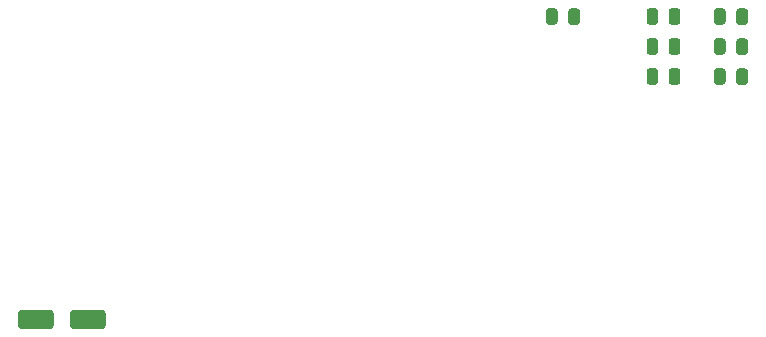
<source format=gbr>
%TF.GenerationSoftware,KiCad,Pcbnew,(5.1.9-0-10_14)*%
%TF.CreationDate,2021-02-13T17:17:21+01:00*%
%TF.ProjectId,Arduino Uno ISP Shield,41726475-696e-46f2-9055-6e6f20495350,rev?*%
%TF.SameCoordinates,Original*%
%TF.FileFunction,Paste,Top*%
%TF.FilePolarity,Positive*%
%FSLAX46Y46*%
G04 Gerber Fmt 4.6, Leading zero omitted, Abs format (unit mm)*
G04 Created by KiCad (PCBNEW (5.1.9-0-10_14)) date 2021-02-13 17:17:21*
%MOMM*%
%LPD*%
G01*
G04 APERTURE LIST*
G04 APERTURE END LIST*
%TO.C,R3*%
G36*
G01*
X158057000Y-98246250D02*
X158057000Y-97333750D01*
G75*
G02*
X158300750Y-97090000I243750J0D01*
G01*
X158788250Y-97090000D01*
G75*
G02*
X159032000Y-97333750I0J-243750D01*
G01*
X159032000Y-98246250D01*
G75*
G02*
X158788250Y-98490000I-243750J0D01*
G01*
X158300750Y-98490000D01*
G75*
G02*
X158057000Y-98246250I0J243750D01*
G01*
G37*
G36*
G01*
X156182000Y-98246250D02*
X156182000Y-97333750D01*
G75*
G02*
X156425750Y-97090000I243750J0D01*
G01*
X156913250Y-97090000D01*
G75*
G02*
X157157000Y-97333750I0J-243750D01*
G01*
X157157000Y-98246250D01*
G75*
G02*
X156913250Y-98490000I-243750J0D01*
G01*
X156425750Y-98490000D01*
G75*
G02*
X156182000Y-98246250I0J243750D01*
G01*
G37*
%TD*%
%TO.C,R2*%
G36*
G01*
X158057000Y-100786250D02*
X158057000Y-99873750D01*
G75*
G02*
X158300750Y-99630000I243750J0D01*
G01*
X158788250Y-99630000D01*
G75*
G02*
X159032000Y-99873750I0J-243750D01*
G01*
X159032000Y-100786250D01*
G75*
G02*
X158788250Y-101030000I-243750J0D01*
G01*
X158300750Y-101030000D01*
G75*
G02*
X158057000Y-100786250I0J243750D01*
G01*
G37*
G36*
G01*
X156182000Y-100786250D02*
X156182000Y-99873750D01*
G75*
G02*
X156425750Y-99630000I243750J0D01*
G01*
X156913250Y-99630000D01*
G75*
G02*
X157157000Y-99873750I0J-243750D01*
G01*
X157157000Y-100786250D01*
G75*
G02*
X156913250Y-101030000I-243750J0D01*
G01*
X156425750Y-101030000D01*
G75*
G02*
X156182000Y-100786250I0J243750D01*
G01*
G37*
%TD*%
%TO.C,R1*%
G36*
G01*
X158057000Y-103326250D02*
X158057000Y-102413750D01*
G75*
G02*
X158300750Y-102170000I243750J0D01*
G01*
X158788250Y-102170000D01*
G75*
G02*
X159032000Y-102413750I0J-243750D01*
G01*
X159032000Y-103326250D01*
G75*
G02*
X158788250Y-103570000I-243750J0D01*
G01*
X158300750Y-103570000D01*
G75*
G02*
X158057000Y-103326250I0J243750D01*
G01*
G37*
G36*
G01*
X156182000Y-103326250D02*
X156182000Y-102413750D01*
G75*
G02*
X156425750Y-102170000I243750J0D01*
G01*
X156913250Y-102170000D01*
G75*
G02*
X157157000Y-102413750I0J-243750D01*
G01*
X157157000Y-103326250D01*
G75*
G02*
X156913250Y-103570000I-243750J0D01*
G01*
X156425750Y-103570000D01*
G75*
G02*
X156182000Y-103326250I0J243750D01*
G01*
G37*
%TD*%
%TO.C,D3*%
G36*
G01*
X162872000Y-97333750D02*
X162872000Y-98246250D01*
G75*
G02*
X162628250Y-98490000I-243750J0D01*
G01*
X162140750Y-98490000D01*
G75*
G02*
X161897000Y-98246250I0J243750D01*
G01*
X161897000Y-97333750D01*
G75*
G02*
X162140750Y-97090000I243750J0D01*
G01*
X162628250Y-97090000D01*
G75*
G02*
X162872000Y-97333750I0J-243750D01*
G01*
G37*
G36*
G01*
X164747000Y-97333750D02*
X164747000Y-98246250D01*
G75*
G02*
X164503250Y-98490000I-243750J0D01*
G01*
X164015750Y-98490000D01*
G75*
G02*
X163772000Y-98246250I0J243750D01*
G01*
X163772000Y-97333750D01*
G75*
G02*
X164015750Y-97090000I243750J0D01*
G01*
X164503250Y-97090000D01*
G75*
G02*
X164747000Y-97333750I0J-243750D01*
G01*
G37*
%TD*%
%TO.C,D2*%
G36*
G01*
X162872000Y-99873750D02*
X162872000Y-100786250D01*
G75*
G02*
X162628250Y-101030000I-243750J0D01*
G01*
X162140750Y-101030000D01*
G75*
G02*
X161897000Y-100786250I0J243750D01*
G01*
X161897000Y-99873750D01*
G75*
G02*
X162140750Y-99630000I243750J0D01*
G01*
X162628250Y-99630000D01*
G75*
G02*
X162872000Y-99873750I0J-243750D01*
G01*
G37*
G36*
G01*
X164747000Y-99873750D02*
X164747000Y-100786250D01*
G75*
G02*
X164503250Y-101030000I-243750J0D01*
G01*
X164015750Y-101030000D01*
G75*
G02*
X163772000Y-100786250I0J243750D01*
G01*
X163772000Y-99873750D01*
G75*
G02*
X164015750Y-99630000I243750J0D01*
G01*
X164503250Y-99630000D01*
G75*
G02*
X164747000Y-99873750I0J-243750D01*
G01*
G37*
%TD*%
%TO.C,D1*%
G36*
G01*
X162872000Y-102413750D02*
X162872000Y-103326250D01*
G75*
G02*
X162628250Y-103570000I-243750J0D01*
G01*
X162140750Y-103570000D01*
G75*
G02*
X161897000Y-103326250I0J243750D01*
G01*
X161897000Y-102413750D01*
G75*
G02*
X162140750Y-102170000I243750J0D01*
G01*
X162628250Y-102170000D01*
G75*
G02*
X162872000Y-102413750I0J-243750D01*
G01*
G37*
G36*
G01*
X164747000Y-102413750D02*
X164747000Y-103326250D01*
G75*
G02*
X164503250Y-103570000I-243750J0D01*
G01*
X164015750Y-103570000D01*
G75*
G02*
X163772000Y-103326250I0J243750D01*
G01*
X163772000Y-102413750D01*
G75*
G02*
X164015750Y-102170000I243750J0D01*
G01*
X164503250Y-102170000D01*
G75*
G02*
X164747000Y-102413750I0J-243750D01*
G01*
G37*
%TD*%
%TO.C,C2*%
G36*
G01*
X149548000Y-98246250D02*
X149548000Y-97333750D01*
G75*
G02*
X149791750Y-97090000I243750J0D01*
G01*
X150279250Y-97090000D01*
G75*
G02*
X150523000Y-97333750I0J-243750D01*
G01*
X150523000Y-98246250D01*
G75*
G02*
X150279250Y-98490000I-243750J0D01*
G01*
X149791750Y-98490000D01*
G75*
G02*
X149548000Y-98246250I0J243750D01*
G01*
G37*
G36*
G01*
X147673000Y-98246250D02*
X147673000Y-97333750D01*
G75*
G02*
X147916750Y-97090000I243750J0D01*
G01*
X148404250Y-97090000D01*
G75*
G02*
X148648000Y-97333750I0J-243750D01*
G01*
X148648000Y-98246250D01*
G75*
G02*
X148404250Y-98490000I-243750J0D01*
G01*
X147916750Y-98490000D01*
G75*
G02*
X147673000Y-98246250I0J243750D01*
G01*
G37*
%TD*%
%TO.C,C1*%
G36*
G01*
X105980000Y-122894000D02*
X105980000Y-123994000D01*
G75*
G02*
X105730000Y-124244000I-250000J0D01*
G01*
X103230000Y-124244000D01*
G75*
G02*
X102980000Y-123994000I0J250000D01*
G01*
X102980000Y-122894000D01*
G75*
G02*
X103230000Y-122644000I250000J0D01*
G01*
X105730000Y-122644000D01*
G75*
G02*
X105980000Y-122894000I0J-250000D01*
G01*
G37*
G36*
G01*
X110380000Y-122894000D02*
X110380000Y-123994000D01*
G75*
G02*
X110130000Y-124244000I-250000J0D01*
G01*
X107630000Y-124244000D01*
G75*
G02*
X107380000Y-123994000I0J250000D01*
G01*
X107380000Y-122894000D01*
G75*
G02*
X107630000Y-122644000I250000J0D01*
G01*
X110130000Y-122644000D01*
G75*
G02*
X110380000Y-122894000I0J-250000D01*
G01*
G37*
%TD*%
M02*

</source>
